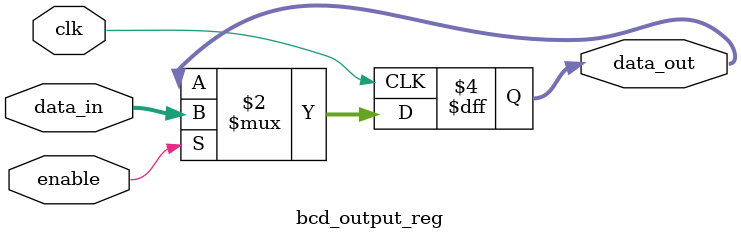
<source format=sv>
module bcd2bin (
    input        clk,
    input        enable,
    input  [7:0] bcd_in,
    output [6:0] bin_out
);

    wire [3:0] tens_digit;
    wire [3:0] units_digit;
    wire [6:0] tens_times_ten;
    wire [6:0] sum_result;

    // Splitter: Extracts tens and units digits from BCD input
    bcd_splitter u_bcd_splitter (
        .bcd_in      (bcd_in),
        .tens_digit  (tens_digit),
        .units_digit (units_digit)
    );

    // Multiplier: Multiplies tens digit by 10
    bcd_multiplier_by10_opt u_bcd_multiplier_by10 (
        .digit_in   (tens_digit),
        .product_out(tens_times_ten)
    );

    // Adder: Adds tens*10 and units digit
    bcd_adder_opt u_bcd_adder (
        .a          (tens_times_ten),
        .b          (units_digit),
        .sum        (sum_result)
    );

    // Output register: Registers the binary output on posedge clk when enabled
    bcd_output_reg u_bcd_output_reg (
        .clk        (clk),
        .enable     (enable),
        .data_in    (sum_result),
        .data_out   (bin_out)
    );

endmodule

//------------------------------------------------------------------------------
// Submodule: bcd_splitter
// Function: Extracts tens and units digits from an 8-bit BCD input
//------------------------------------------------------------------------------
module bcd_splitter (
    input  [7:0] bcd_in,
    output [3:0] tens_digit,
    output [3:0] units_digit
);
    assign tens_digit  = bcd_in[7:4];
    assign units_digit = bcd_in[3:0];
endmodule

//------------------------------------------------------------------------------
// Submodule: bcd_multiplier_by10_opt
// Function: Multiplies a 4-bit digit by 10 (for BCD tens place), optimized
//------------------------------------------------------------------------------
module bcd_multiplier_by10_opt (
    input  [3:0] digit_in,
    output reg [6:0] product_out
);
    always @(*) begin
        // Only valid BCD digits (0-9) are allowed, so use case for optimal synthesis
        case (digit_in)
            4'd0: product_out = 7'd0;
            4'd1: product_out = 7'd10;
            4'd2: product_out = 7'd20;
            4'd3: product_out = 7'd30;
            4'd4: product_out = 7'd40;
            4'd5: product_out = 7'd50;
            4'd6: product_out = 7'd60;
            4'd7: product_out = 7'd70;
            4'd8: product_out = 7'd80;
            4'd9: product_out = 7'd90;
            default: product_out = 7'd0;
        endcase
    end
endmodule

//------------------------------------------------------------------------------
// Submodule: bcd_adder_opt
// Function: Adds two values (tens*10 and units) to get binary output, optimized
//------------------------------------------------------------------------------
module bcd_adder_opt (
    input  [6:0] a,
    input  [3:0] b,
    output reg [6:0] sum
);
    always @(*) begin
        // BCD units digit is always 0-9; if not, output zero for safety
        if (b <= 4'd9)
            sum = a + b;
        else
            sum = 7'd0;
    end
endmodule

//------------------------------------------------------------------------------
// Submodule: bcd_output_reg
// Function: Registers the final binary output on clk posedge when enabled
//------------------------------------------------------------------------------
module bcd_output_reg (
    input        clk,
    input        enable,
    input  [6:0] data_in,
    output reg [6:0] data_out
);
    always @(posedge clk) begin
        if (enable)
            data_out <= data_in;
    end
endmodule
</source>
